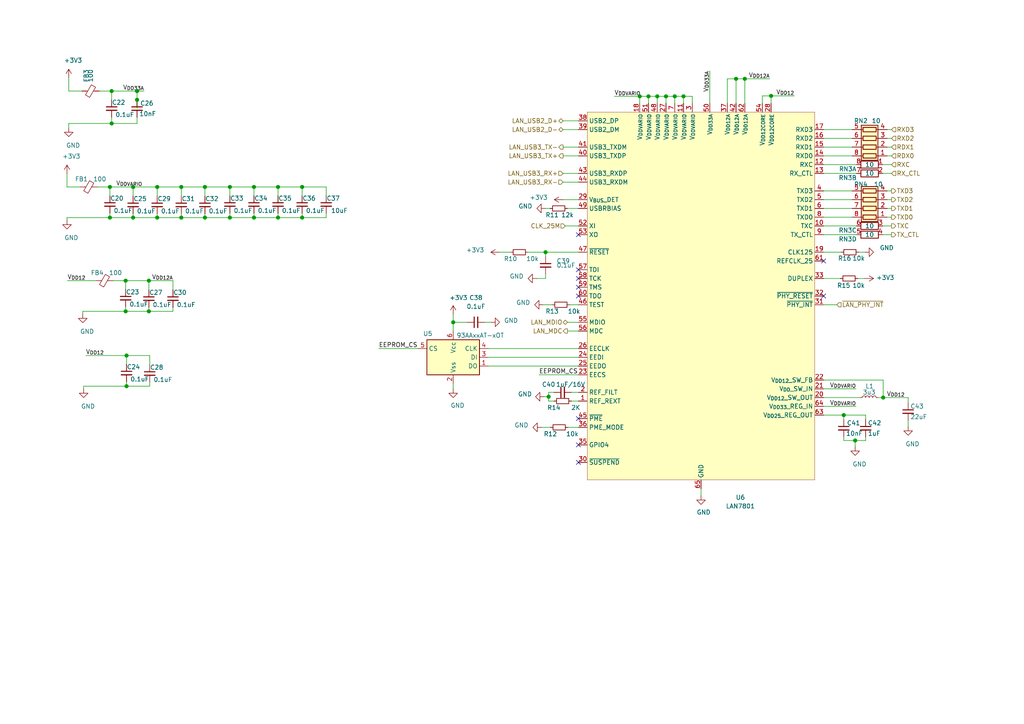
<source format=kicad_sch>
(kicad_sch (version 20201015) (generator eeschema)
  (page 1 6)
  (paper "A4")
  (lib_symbols
    (symbol "Device:C_Small" (pin_numbers hide) (pin_names (offset 0.254) hide)
      (property "Reference" "C" (at 0.254 1.778 0))
      (property "Value" "C_Small" (at 0.254 -2.032 0))
      (symbol "C_Small_0_1"
        (polyline (pts (xy -1.524 -0.508) (xy 1.524 -0.508)) (stroke (width 0.3302)))
        (polyline (pts (xy -1.524 0.508) (xy 1.524 0.508)) (stroke (width 0.3048)))
      )
      (symbol "C_Small_1_1"
        (pin passive line (at 0 2.54 270) (length 2.032) (name "~") (number "1"))
        (pin passive line (at 0 -2.54 90) (length 2.032) (name "~") (number "2"))
      )
    )
    (symbol "Device:FerriteBead_Small" (pin_numbers hide) (pin_names (offset 0))
      (property "Reference" "FB" (at 1.905 1.27 0))
      (property "Value" "FerriteBead_Small" (at 1.905 -1.27 0))
      (symbol "FerriteBead_Small_0_1"
        (polyline (pts (xy 0 -1.27) (xy 0 -0.7874)))
        (polyline (pts (xy 0 0.889) (xy 0 1.2954)))
        (polyline (pts (xy -1.8288 0.2794) (xy -1.1176 1.4986) (xy 1.8288 -0.2032) (xy 1.1176 -1.4224) (xy -1.8288 0.2794)))
      )
      (symbol "FerriteBead_Small_1_1"
        (pin passive line (at 0 2.54 270) (length 1.27) (name "~") (number "1"))
        (pin passive line (at 0 -2.54 90) (length 1.27) (name "~") (number "2"))
      )
    )
    (symbol "Device:L_Small" (pin_numbers hide) (pin_names (offset 0.254) hide)
      (property "Reference" "L" (at 0.762 1.016 0))
      (property "Value" "L_Small" (at 0.762 -1.016 0))
      (symbol "L_Small_0_1"
        (arc (start 0 -2.032) (end 0 -1.016) (radius (at 0 -1.524) (length 0.508) (angles -89.9 89.9)))
        (arc (start 0 -1.016) (end 0 0) (radius (at 0 -0.508) (length 0.508) (angles -89.9 89.9)))
        (arc (start 0 0) (end 0 1.016) (radius (at 0 0.508) (length 0.508) (angles -89.9 89.9)))
        (arc (start 0 1.016) (end 0 2.032) (radius (at 0 1.524) (length 0.508) (angles -89.9 89.9)))
      )
      (symbol "L_Small_1_1"
        (pin passive line (at 0 2.54 270) (length 0.508) (name "~") (number "1"))
        (pin passive line (at 0 -2.54 90) (length 0.508) (name "~") (number "2"))
      )
    )
    (symbol "Device:R_Pack04" (pin_names (offset 0) hide)
      (property "Reference" "RN" (at -7.62 0 90))
      (property "Value" "R_Pack04" (at 5.08 0 90))
      (symbol "R_Pack04_0_1"
        (rectangle (start -6.35 -2.413) (end 3.81 2.413) (stroke (width 0.254)) (fill (type background)))
        (rectangle (start -5.715 1.905) (end -4.445 -1.905) (stroke (width 0.254)))
        (rectangle (start -3.175 1.905) (end -1.905 -1.905) (stroke (width 0.254)))
        (rectangle (start -0.635 1.905) (end 0.635 -1.905) (stroke (width 0.254)))
        (rectangle (start 1.905 1.905) (end 3.175 -1.905) (stroke (width 0.254)))
        (polyline (pts (xy -5.08 -2.54) (xy -5.08 -1.905)))
        (polyline (pts (xy -5.08 1.905) (xy -5.08 2.54)))
        (polyline (pts (xy -2.54 -2.54) (xy -2.54 -1.905)))
        (polyline (pts (xy -2.54 1.905) (xy -2.54 2.54)))
        (polyline (pts (xy 0 -2.54) (xy 0 -1.905)))
        (polyline (pts (xy 0 1.905) (xy 0 2.54)))
        (polyline (pts (xy 2.54 -2.54) (xy 2.54 -1.905)))
        (polyline (pts (xy 2.54 1.905) (xy 2.54 2.54)))
      )
      (symbol "R_Pack04_1_1"
        (pin passive line (at -5.08 -5.08 90) (length 2.54) (name "R1.1") (number "1"))
        (pin passive line (at -2.54 -5.08 90) (length 2.54) (name "R2.1") (number "2"))
        (pin passive line (at 0 -5.08 90) (length 2.54) (name "R3.1") (number "3"))
        (pin passive line (at 2.54 -5.08 90) (length 2.54) (name "R4.1") (number "4"))
        (pin passive line (at 2.54 5.08 270) (length 2.54) (name "R4.2") (number "5"))
        (pin passive line (at 0 5.08 270) (length 2.54) (name "R3.2") (number "6"))
        (pin passive line (at -2.54 5.08 270) (length 2.54) (name "R2.2") (number "7"))
        (pin passive line (at -5.08 5.08 270) (length 2.54) (name "R1.2") (number "8"))
      )
    )
    (symbol "Device:R_Pack04_Split" (pin_names (offset 0) hide)
      (property "Reference" "RN" (at 2.032 0 90))
      (property "Value" "R_Pack04_Split" (at 0 0 90))
      (symbol "R_Pack04_Split_0_1"
        (rectangle (start 1.016 2.54) (end -1.016 -2.54) (stroke (width 0.254)))
      )
      (symbol "R_Pack04_Split_1_1"
        (pin passive line (at 0 -3.81 90) (length 1.27) (name "R1.1") (number "1"))
        (pin passive line (at 0 3.81 270) (length 1.27) (name "R1.2") (number "8"))
      )
      (symbol "R_Pack04_Split_2_1"
        (pin passive line (at 0 -3.81 90) (length 1.27) (name "R2.1") (number "2"))
        (pin passive line (at 0 3.81 270) (length 1.27) (name "R2.2") (number "7"))
      )
      (symbol "R_Pack04_Split_3_1"
        (pin passive line (at 0 -3.81 90) (length 1.27) (name "R3.1") (number "3"))
        (pin passive line (at 0 3.81 270) (length 1.27) (name "R3.2") (number "6"))
      )
      (symbol "R_Pack04_Split_4_1"
        (pin passive line (at 0 -3.81 90) (length 1.27) (name "R4.1") (number "4"))
        (pin passive line (at 0 3.81 270) (length 1.27) (name "R4.2") (number "5"))
      )
    )
    (symbol "Device:R_Small" (pin_numbers hide) (pin_names (offset 0.254) hide)
      (property "Reference" "R" (at 0.762 0.508 0))
      (property "Value" "R_Small" (at 0.762 -1.016 0))
      (symbol "R_Small_0_1"
        (rectangle (start -0.762 1.778) (end 0.762 -1.778) (stroke (width 0.2032)))
      )
      (symbol "R_Small_1_1"
        (pin passive line (at 0 2.54 270) (length 0.762) (name "~") (number "1"))
        (pin passive line (at 0 -2.54 90) (length 0.762) (name "~") (number "2"))
      )
    )
    (symbol "Memory_EEPROM:93AAxxAT-xOT"
      (property "Reference" "U" (at -7.62 6.35 0))
      (property "Value" "93AAxxAT-xOT" (at 1.27 6.35 0))
      (symbol "93AAxxAT-xOT_1_1"
        (rectangle (start -7.62 5.08) (end 7.62 -5.08) (stroke (width 0.254)) (fill (type background)))
        (pin tri_state line (at 10.16 -2.54 180) (length 2.54) (name "DO") (number "1"))
        (pin power_in line (at 0 -7.62 90) (length 2.54) (name "Vss") (number "2"))
        (pin input line (at 10.16 0 180) (length 2.54) (name "DI") (number "3"))
        (pin input line (at 10.16 2.54 180) (length 2.54) (name "CLK") (number "4"))
        (pin input line (at -10.16 2.54 0) (length 2.54) (name "CS") (number "5"))
        (pin power_in line (at 0 7.62 270) (length 2.54) (name "Vсс") (number "6"))
      )
    )
    (symbol "custom:LAN7801"
      (property "Reference" "U" (at 9.525 6.985 0))
      (property "Value" "LAN7801" (at 2.54 6.985 0))
      (symbol "LAN7801_0_0"
        (pin unspecified line (at -35.56 48.26 0) (length 2.54) (name "USB2_DM") (number "39"))
        (pin unspecified line (at 35.56 0 180) (length 2.54) (name "~PHY_RESET") (number "32"))
        (pin unspecified line (at 35.56 30.48 180) (length 2.54) (name "TXD3") (number "4"))
        (pin unspecified line (at 35.56 27.94 180) (length 2.54) (name "TXD2") (number "5"))
        (pin unspecified line (at 35.56 25.4 180) (length 2.54) (name "TXD1") (number "6"))
        (pin unspecified line (at -7.62 55.88 270) (length 2.54) (name "V_{DDVARIO}") (number "7"))
        (pin unspecified line (at 35.56 20.32 180) (length 2.54) (name "TXC") (number "10"))
        (pin unspecified line (at 35.56 17.78 180) (length 2.54) (name "TX_CTL") (number "9"))
        (pin unspecified line (at -35.56 -30.48 0) (length 2.54) (name "REF_REXT") (number "1"))
        (pin unspecified line (at 35.56 22.86 180) (length 2.54) (name "TXD0") (number "8"))
        (pin unspecified line (at 35.56 38.1 180) (length 2.54) (name "RXC") (number "12"))
        (pin unspecified line (at 35.56 35.56 180) (length 2.54) (name "RX_CTL") (number "13"))
        (pin unspecified line (at 35.56 40.64 180) (length 2.54) (name "RXD0") (number "14"))
        (pin unspecified line (at 35.56 43.18 180) (length 2.54) (name "RXD1") (number "15"))
        (pin unspecified line (at 35.56 45.72 180) (length 2.54) (name "RXD2") (number "16"))
        (pin unspecified line (at 35.56 48.26 180) (length 2.54) (name "RXD3") (number "17"))
        (pin unspecified line (at 35.56 -29.464 180) (length 2.54) (name "V_{DD12}_SW_OUT") (number "20"))
        (pin unspecified line (at 35.56 -26.924 180) (length 2.54) (name "V_{DD}_SW_IN") (number "21"))
        (pin unspecified line (at -35.56 -27.94 0) (length 2.54) (name "REF_FILT") (number "2"))
        (pin unspecified line (at -2.54 55.88 270) (length 2.54) (name "V_{DDVARIO}") (number "3"))
        (pin unspecified line (at -5.08 55.88 270) (length 2.54) (name "V_{DDVARIO}") (number "11"))
        (pin unspecified line (at -35.56 -20.32 0) (length 2.54) (name "EEDO") (number "25"))
        (pin unspecified line (at -35.56 -15.24 0) (length 2.54) (name "EECLK") (number "26"))
        (pin unspecified line (at -10.16 55.88 270) (length 2.54) (name "V_{DDVARIO}") (number "27"))
        (pin unspecified line (at 20.32 55.88 270) (length 2.54) (name "V_{DD12CORE}") (number "28"))
        (pin unspecified line (at -35.56 27.94 0) (length 2.54) (name "V_{BUS}_DET") (number "29"))
        (pin unspecified line (at 35.56 -24.384 180) (length 2.54) (name "V_{DD12}_SW_FB") (number "22"))
        (pin unspecified line (at -35.56 -48.26 0) (length 2.54) (name "~SUSPEND") (number "30"))
        (pin unspecified line (at 35.56 -2.54 180) (length 2.54) (name "~PHY_INT") (number "31"))
        (pin unspecified line (at -35.56 -17.78 0) (length 2.54) (name "EEDI") (number "24"))
        (pin unspecified line (at 35.56 5.08 180) (length 2.54) (name "DUPLEX") (number "33"))
        (pin unspecified line (at -35.56 50.8 0) (length 2.54) (name "USB2_DP") (number "38"))
        (pin unspecified line (at 7.62 55.88 270) (length 2.54) (name "V_{DD12A}") (number "37"))
        (pin unspecified line (at 35.56 12.7 180) (length 2.54) (name "CLK125") (number "19"))
        (pin unspecified line (at -17.78 55.88 270) (length 2.54) (name "V_{DDVARIO}") (number "18"))
        (pin unspecified line (at -35.56 -43.18 0) (length 2.54) (name "GPIO4") (number "35"))
        (pin unspecified line (at -35.56 -38.1 0) (length 2.54) (name "PME_MODE") (number "36"))
        (pin unspecified line (at -35.56 -22.86 0) (length 2.54) (name "EECS") (number "23"))
        (pin unspecified line (at 0 -55.88 90) (length 2.54) (name "GND") (number "65"))
        (pin unspecified line (at -35.56 40.64 0) (length 2.54) (name "USB3_TXDP") (number "40"))
        (pin unspecified line (at -35.56 43.18 0) (length 2.54) (name "USB3_TXDM") (number "41"))
        (pin unspecified line (at 10.16 55.88 270) (length 2.54) (name "V_{DD12A}") (number "42"))
        (pin unspecified line (at -35.56 35.56 0) (length 2.54) (name "USB3_RXDP") (number "43"))
        (pin unspecified line (at -35.56 33.02 0) (length 2.54) (name "USB3_RXDM") (number "44"))
        (pin unspecified line (at -35.56 -35.56 0) (length 2.54) (name "~PME") (number "45"))
        (pin unspecified line (at -35.56 -2.54 0) (length 2.54) (name "TEST") (number "46"))
        (pin unspecified line (at -35.56 12.7 0) (length 2.54) (name "~RESET") (number "47"))
        (pin unspecified line (at -12.7 55.88 270) (length 2.54) (name "V_{DDVARIO}") (number "48"))
        (pin unspecified line (at -35.56 25.4 0) (length 2.54) (name "USBRBIAS") (number "49"))
        (pin unspecified line (at 2.54 55.88 270) (length 2.54) (name "V_{DD33A}") (number "50"))
        (pin unspecified line (at -15.24 55.88 270) (length 2.54) (name "V_{DDVARIO}") (number "51"))
        (pin unspecified line (at -35.56 20.32 0) (length 2.54) (name "XI") (number "52"))
        (pin unspecified line (at -35.56 17.78 0) (length 2.54) (name "XO") (number "53"))
        (pin unspecified line (at 17.78 55.88 270) (length 2.54) (name "V_{DD12CORE}") (number "54"))
        (pin unspecified line (at -35.56 -7.62 0) (length 2.54) (name "MDIO") (number "55"))
        (pin unspecified line (at -35.56 -10.16 0) (length 2.54) (name "MDC") (number "56"))
        (pin unspecified line (at -35.56 7.62 0) (length 2.54) (name "TDI") (number "57"))
        (pin unspecified line (at -35.56 5.08 0) (length 2.54) (name "TCK") (number "58"))
        (pin unspecified line (at -35.56 2.54 0) (length 2.54) (name "TMS") (number "59"))
        (pin unspecified line (at -35.56 0 0) (length 2.54) (name "TDO") (number "60"))
        (pin unspecified line (at 35.56 10.16 180) (length 2.54) (name "REFCLK_25") (number "61"))
        (pin unspecified line (at 12.7 55.88 270) (length 2.54) (name "V_{DD12A}") (number "62"))
        (pin unspecified line (at 35.56 -34.544 180) (length 2.54) (name "V_{DD25}_REG_OUT") (number "63"))
        (pin unspecified line (at 35.56 -32.004 180) (length 2.54) (name "V_{DD33}_REG_IN") (number "64"))
      )
      (symbol "LAN7801_1_1"
        (rectangle (start -33.02 53.34) (end 33.02 -53.34) (stroke (width 0.001)) (fill (type background)))
      )
    )
    (symbol "power:+3V3" (power) (pin_names (offset 0))
      (property "Value" "+3V3" (at 0 3.556 0))
      (symbol "+3V3_0_1"
        (polyline (pts (xy -0.762 1.27) (xy 0 2.54)))
        (polyline (pts (xy 0 0) (xy 0 2.54)))
        (polyline (pts (xy 0 2.54) (xy 0.762 1.27)))
      )
      (symbol "+3V3_1_1"
        (pin power_in line (at 0 0 90) (length 0) hide (name "+3V3") (number "1"))
      )
    )
    (symbol "power:GND" (power) (pin_names (offset 0))
      (property "Value" "GND" (at 0 -3.81 0))
      (symbol "GND_0_1"
        (polyline (pts (xy 0 0) (xy 0 -1.27) (xy 1.27 -1.27) (xy 0 -2.54) (xy -1.27 -1.27) (xy 0 -1.27)))
      )
      (symbol "GND_1_1"
        (pin power_in line (at 0 0 270) (length 0) hide (name "GND") (number "1"))
      )
    )
  )
  (junction (at 31.877 54.229) (diameter 1.016))
  (junction (at 31.877 63.119) (diameter 1.016))
  (junction (at 32.385 26.416) (diameter 1.016))
  (junction (at 32.385 35.814) (diameter 1.016))
  (junction (at 36.449 81.407) (diameter 1.016))
  (junction (at 36.449 90.297) (diameter 1.016))
  (junction (at 36.703 103.124) (diameter 1.016))
  (junction (at 36.703 112.014) (diameter 1.016))
  (junction (at 38.608 54.229) (diameter 1.016))
  (junction (at 38.608 63.119) (diameter 1.016))
  (junction (at 39.751 26.416) (diameter 1.016))
  (junction (at 39.751 28.956) (diameter 1.016))
  (junction (at 43.18 81.407) (diameter 1.016))
  (junction (at 43.18 90.297) (diameter 1.016))
  (junction (at 45.593 54.229) (diameter 1.016))
  (junction (at 45.593 63.119) (diameter 1.016))
  (junction (at 52.578 54.229) (diameter 1.016))
  (junction (at 52.578 63.119) (diameter 1.016))
  (junction (at 59.436 54.229) (diameter 1.016))
  (junction (at 59.436 63.119) (diameter 1.016))
  (junction (at 66.675 54.229) (diameter 1.016))
  (junction (at 66.675 63.119) (diameter 1.016))
  (junction (at 73.66 54.229) (diameter 1.016))
  (junction (at 73.66 63.119) (diameter 1.016))
  (junction (at 80.645 54.229) (diameter 1.016))
  (junction (at 80.645 63.119) (diameter 1.016))
  (junction (at 87.63 54.229) (diameter 1.016))
  (junction (at 87.63 63.119) (diameter 1.016))
  (junction (at 131.445 93.472) (diameter 1.016))
  (junction (at 158.242 73.152) (diameter 1.016))
  (junction (at 159.131 115.062) (diameter 1.016))
  (junction (at 185.547 27.94) (diameter 1.016))
  (junction (at 188.087 27.94) (diameter 1.016))
  (junction (at 190.627 27.94) (diameter 1.016))
  (junction (at 193.167 27.94) (diameter 1.016))
  (junction (at 195.707 27.94) (diameter 1.016))
  (junction (at 198.247 27.94) (diameter 1.016))
  (junction (at 213.487 22.86) (diameter 1.016))
  (junction (at 216.027 22.86) (diameter 1.016))
  (junction (at 223.647 27.813) (diameter 1.016))
  (junction (at 244.729 120.396) (diameter 1.016))
  (junction (at 248.031 127.762) (diameter 1.016))
  (junction (at 256.159 115.316) (diameter 1.016))
  (no_connect (at 167.767 121.412))
  (no_connect (at 167.767 68.072))
  (no_connect (at 167.767 129.032))
  (no_connect (at 238.887 85.852))
  (no_connect (at 167.767 134.112))
  (no_connect (at 167.767 78.232))
  (no_connect (at 238.887 75.692))
  (no_connect (at 167.767 80.772))
  (no_connect (at 167.767 83.312))
  (no_connect (at 167.767 85.852))
  (wire (pts (xy 19.431 54.229) (xy 19.431 50.419)))
  (wire (pts (xy 19.431 63.119) (xy 19.431 63.881)))
  (wire (pts (xy 19.558 81.407) (xy 27.813 81.407)))
  (wire (pts (xy 19.939 26.416) (xy 19.939 22.606)))
  (wire (pts (xy 19.939 35.814) (xy 19.939 37.084)))
  (wire (pts (xy 23.241 54.229) (xy 19.431 54.229)))
  (wire (pts (xy 23.749 26.416) (xy 19.939 26.416)))
  (wire (pts (xy 24.003 90.297) (xy 24.003 91.059)))
  (wire (pts (xy 24.257 112.014) (xy 24.257 112.776)))
  (wire (pts (xy 24.892 103.124) (xy 36.703 103.124)))
  (wire (pts (xy 28.321 54.229) (xy 31.877 54.229)))
  (wire (pts (xy 28.829 26.416) (xy 32.385 26.416)))
  (wire (pts (xy 31.877 54.229) (xy 31.877 56.769)))
  (wire (pts (xy 31.877 54.229) (xy 38.608 54.229)))
  (wire (pts (xy 31.877 61.849) (xy 31.877 63.119)))
  (wire (pts (xy 31.877 63.119) (xy 19.431 63.119)))
  (wire (pts (xy 32.385 26.416) (xy 32.385 28.956)))
  (wire (pts (xy 32.385 34.036) (xy 32.385 35.814)))
  (wire (pts (xy 32.385 35.814) (xy 19.939 35.814)))
  (wire (pts (xy 32.385 35.814) (xy 39.751 35.814)))
  (wire (pts (xy 32.893 81.407) (xy 36.449 81.407)))
  (wire (pts (xy 36.449 81.407) (xy 36.449 83.947)))
  (wire (pts (xy 36.449 81.407) (xy 43.18 81.407)))
  (wire (pts (xy 36.449 89.027) (xy 36.449 90.297)))
  (wire (pts (xy 36.449 90.297) (xy 24.003 90.297)))
  (wire (pts (xy 36.703 103.124) (xy 36.703 105.664)))
  (wire (pts (xy 36.703 103.124) (xy 43.434 103.124)))
  (wire (pts (xy 36.703 110.744) (xy 36.703 112.014)))
  (wire (pts (xy 36.703 112.014) (xy 24.257 112.014)))
  (wire (pts (xy 38.608 54.229) (xy 38.608 56.896)))
  (wire (pts (xy 38.608 54.229) (xy 45.593 54.229)))
  (wire (pts (xy 38.608 61.976) (xy 38.608 63.119)))
  (wire (pts (xy 38.608 63.119) (xy 31.877 63.119)))
  (wire (pts (xy 39.751 26.416) (xy 32.385 26.416)))
  (wire (pts (xy 39.751 26.416) (xy 39.751 28.956)))
  (wire (pts (xy 39.751 28.956) (xy 39.751 31.496)))
  (wire (pts (xy 39.751 35.814) (xy 39.751 34.036)))
  (wire (pts (xy 41.783 26.416) (xy 39.751 26.416)))
  (wire (pts (xy 43.18 81.407) (xy 43.18 84.074)))
  (wire (pts (xy 43.18 81.407) (xy 50.165 81.407)))
  (wire (pts (xy 43.18 89.154) (xy 43.18 90.297)))
  (wire (pts (xy 43.18 90.297) (xy 36.449 90.297)))
  (wire (pts (xy 43.434 103.124) (xy 43.434 105.791)))
  (wire (pts (xy 43.434 110.871) (xy 43.434 112.014)))
  (wire (pts (xy 43.434 112.014) (xy 36.703 112.014)))
  (wire (pts (xy 45.593 54.229) (xy 45.593 56.896)))
  (wire (pts (xy 45.593 54.229) (xy 52.578 54.229)))
  (wire (pts (xy 45.593 61.976) (xy 45.593 63.119)))
  (wire (pts (xy 45.593 63.119) (xy 38.608 63.119)))
  (wire (pts (xy 50.165 81.407) (xy 50.165 84.074)))
  (wire (pts (xy 50.165 89.154) (xy 50.165 90.297)))
  (wire (pts (xy 50.165 90.297) (xy 43.18 90.297)))
  (wire (pts (xy 52.578 54.229) (xy 52.578 56.896)))
  (wire (pts (xy 52.578 54.229) (xy 59.436 54.229)))
  (wire (pts (xy 52.578 61.976) (xy 52.578 63.119)))
  (wire (pts (xy 52.578 63.119) (xy 45.593 63.119)))
  (wire (pts (xy 59.436 54.229) (xy 59.436 56.896)))
  (wire (pts (xy 59.436 54.229) (xy 66.675 54.229)))
  (wire (pts (xy 59.436 61.976) (xy 59.436 63.119)))
  (wire (pts (xy 59.436 63.119) (xy 52.578 63.119)))
  (wire (pts (xy 66.675 54.229) (xy 66.675 56.769)))
  (wire (pts (xy 66.675 54.229) (xy 73.66 54.229)))
  (wire (pts (xy 66.675 61.849) (xy 66.675 63.119)))
  (wire (pts (xy 66.675 63.119) (xy 59.436 63.119)))
  (wire (pts (xy 73.66 54.229) (xy 80.645 54.229)))
  (wire (pts (xy 73.66 56.769) (xy 73.66 54.229)))
  (wire (pts (xy 73.66 61.849) (xy 73.66 63.119)))
  (wire (pts (xy 73.66 63.119) (xy 66.675 63.119)))
  (wire (pts (xy 80.645 54.229) (xy 87.63 54.229)))
  (wire (pts (xy 80.645 56.769) (xy 80.645 54.229)))
  (wire (pts (xy 80.645 61.849) (xy 80.645 63.119)))
  (wire (pts (xy 80.645 63.119) (xy 73.66 63.119)))
  (wire (pts (xy 87.63 54.229) (xy 94.615 54.229)))
  (wire (pts (xy 87.63 56.769) (xy 87.63 54.229)))
  (wire (pts (xy 87.63 61.849) (xy 87.63 63.119)))
  (wire (pts (xy 87.63 63.119) (xy 80.645 63.119)))
  (wire (pts (xy 94.615 56.769) (xy 94.615 54.229)))
  (wire (pts (xy 94.615 61.849) (xy 94.615 63.119)))
  (wire (pts (xy 94.615 63.119) (xy 87.63 63.119)))
  (wire (pts (xy 109.855 101.092) (xy 121.285 101.092)))
  (wire (pts (xy 131.445 91.186) (xy 131.445 93.472)))
  (wire (pts (xy 131.445 93.472) (xy 131.445 96.012)))
  (wire (pts (xy 131.445 93.472) (xy 135.509 93.472)))
  (wire (pts (xy 131.445 111.252) (xy 131.445 112.776)))
  (wire (pts (xy 140.589 93.472) (xy 142.367 93.472)))
  (wire (pts (xy 141.605 101.092) (xy 167.767 101.092)))
  (wire (pts (xy 141.605 103.632) (xy 167.767 103.632)))
  (wire (pts (xy 141.605 106.172) (xy 167.767 106.172)))
  (wire (pts (xy 144.907 73.152) (xy 148.082 73.152)))
  (wire (pts (xy 153.162 73.152) (xy 158.242 73.152)))
  (wire (pts (xy 156.337 108.712) (xy 167.767 108.712)))
  (wire (pts (xy 157.099 123.952) (xy 159.639 123.952)))
  (wire (pts (xy 157.607 88.392) (xy 160.147 88.392)))
  (wire (pts (xy 157.861 115.062) (xy 159.131 115.062)))
  (wire (pts (xy 158.242 60.452) (xy 159.512 60.452)))
  (wire (pts (xy 158.242 73.152) (xy 158.242 74.422)))
  (wire (pts (xy 158.242 73.152) (xy 167.767 73.152)))
  (wire (pts (xy 158.242 79.502) (xy 158.242 80.772)))
  (wire (pts (xy 158.242 80.772) (xy 155.702 80.772)))
  (wire (pts (xy 159.131 113.792) (xy 159.131 115.062)))
  (wire (pts (xy 159.131 115.062) (xy 159.131 116.332)))
  (wire (pts (xy 159.131 116.332) (xy 160.655 116.332)))
  (wire (pts (xy 160.655 113.792) (xy 159.131 113.792)))
  (wire (pts (xy 163.322 35.052) (xy 167.767 35.052)))
  (wire (pts (xy 163.322 37.592) (xy 167.767 37.592)))
  (wire (pts (xy 163.322 42.672) (xy 167.767 42.672)))
  (wire (pts (xy 163.322 45.212) (xy 167.767 45.212)))
  (wire (pts (xy 163.322 50.292) (xy 167.767 50.292)))
  (wire (pts (xy 163.322 52.832) (xy 167.767 52.832)))
  (wire (pts (xy 163.322 57.912) (xy 167.767 57.912)))
  (wire (pts (xy 163.957 65.532) (xy 167.767 65.532)))
  (wire (pts (xy 164.592 60.452) (xy 167.767 60.452)))
  (wire (pts (xy 164.592 93.472) (xy 167.767 93.472)))
  (wire (pts (xy 164.592 96.012) (xy 167.767 96.012)))
  (wire (pts (xy 164.719 123.952) (xy 167.767 123.952)))
  (wire (pts (xy 165.227 88.392) (xy 167.767 88.392)))
  (wire (pts (xy 165.735 113.792) (xy 167.767 113.792)))
  (wire (pts (xy 165.735 116.332) (xy 167.767 116.332)))
  (wire (pts (xy 178.181 27.94) (xy 185.547 27.94)))
  (wire (pts (xy 185.547 27.94) (xy 185.547 29.972)))
  (wire (pts (xy 188.087 27.94) (xy 185.547 27.94)))
  (wire (pts (xy 188.087 27.94) (xy 188.087 29.972)))
  (wire (pts (xy 190.627 27.94) (xy 188.087 27.94)))
  (wire (pts (xy 190.627 27.94) (xy 190.627 29.972)))
  (wire (pts (xy 193.167 27.94) (xy 190.627 27.94)))
  (wire (pts (xy 193.167 27.94) (xy 193.167 29.972)))
  (wire (pts (xy 195.707 27.94) (xy 193.167 27.94)))
  (wire (pts (xy 195.707 27.94) (xy 195.707 29.972)))
  (wire (pts (xy 198.247 27.94) (xy 195.707 27.94)))
  (wire (pts (xy 198.247 27.94) (xy 198.247 29.972)))
  (wire (pts (xy 200.787 27.94) (xy 198.247 27.94)))
  (wire (pts (xy 200.787 29.972) (xy 200.787 27.94)))
  (wire (pts (xy 203.327 141.732) (xy 203.327 143.764)))
  (wire (pts (xy 205.867 20.574) (xy 205.867 29.972)))
  (wire (pts (xy 210.947 22.86) (xy 213.487 22.86)))
  (wire (pts (xy 210.947 29.972) (xy 210.947 22.86)))
  (wire (pts (xy 213.487 22.86) (xy 213.487 29.972)))
  (wire (pts (xy 213.487 22.86) (xy 216.027 22.86)))
  (wire (pts (xy 216.027 22.86) (xy 216.027 29.972)))
  (wire (pts (xy 216.027 22.86) (xy 223.266 22.86)))
  (wire (pts (xy 221.107 27.813) (xy 223.647 27.813)))
  (wire (pts (xy 221.107 29.972) (xy 221.107 27.813)))
  (wire (pts (xy 223.647 27.813) (xy 223.647 29.972)))
  (wire (pts (xy 223.647 27.813) (xy 230.378 27.813)))
  (wire (pts (xy 238.887 37.592) (xy 247.142 37.592)))
  (wire (pts (xy 238.887 40.132) (xy 247.142 40.132)))
  (wire (pts (xy 238.887 42.672) (xy 247.142 42.672)))
  (wire (pts (xy 238.887 45.212) (xy 247.142 45.212)))
  (wire (pts (xy 238.887 47.752) (xy 248.412 47.752)))
  (wire (pts (xy 238.887 50.292) (xy 248.412 50.292)))
  (wire (pts (xy 238.887 55.372) (xy 247.142 55.372)))
  (wire (pts (xy 238.887 57.912) (xy 247.142 57.912)))
  (wire (pts (xy 238.887 60.452) (xy 247.142 60.452)))
  (wire (pts (xy 238.887 62.992) (xy 247.142 62.992)))
  (wire (pts (xy 238.887 65.532) (xy 248.412 65.532)))
  (wire (pts (xy 238.887 68.072) (xy 248.412 68.072)))
  (wire (pts (xy 238.887 73.152) (xy 243.967 73.152)))
  (wire (pts (xy 238.887 80.772) (xy 243.713 80.772)))
  (wire (pts (xy 238.887 88.392) (xy 242.697 88.392)))
  (wire (pts (xy 238.887 110.236) (xy 256.159 110.236)))
  (wire (pts (xy 238.887 112.776) (xy 248.285 112.776)))
  (wire (pts (xy 238.887 115.316) (xy 249.555 115.316)))
  (wire (pts (xy 238.887 117.856) (xy 248.285 117.856)))
  (wire (pts (xy 244.729 120.396) (xy 238.887 120.396)))
  (wire (pts (xy 244.729 120.396) (xy 244.729 121.666)))
  (wire (pts (xy 244.729 127.762) (xy 244.729 126.746)))
  (wire (pts (xy 248.031 127.762) (xy 244.729 127.762)))
  (wire (pts (xy 248.031 127.762) (xy 248.031 129.54)))
  (wire (pts (xy 248.793 80.772) (xy 250.825 80.772)))
  (wire (pts (xy 249.047 73.152) (xy 250.825 73.152)))
  (wire (pts (xy 251.079 120.396) (xy 244.729 120.396)))
  (wire (pts (xy 251.079 121.666) (xy 251.079 120.396)))
  (wire (pts (xy 251.079 126.746) (xy 251.079 127.762)))
  (wire (pts (xy 251.079 127.762) (xy 248.031 127.762)))
  (wire (pts (xy 254.635 115.316) (xy 256.159 115.316)))
  (wire (pts (xy 256.032 47.752) (xy 258.572 47.752)))
  (wire (pts (xy 256.032 50.292) (xy 258.572 50.292)))
  (wire (pts (xy 256.032 65.532) (xy 258.572 65.532)))
  (wire (pts (xy 256.032 68.072) (xy 258.572 68.072)))
  (wire (pts (xy 256.159 110.236) (xy 256.159 115.316)))
  (wire (pts (xy 256.159 115.316) (xy 263.398 115.316)))
  (wire (pts (xy 257.302 37.592) (xy 258.572 37.592)))
  (wire (pts (xy 257.302 40.132) (xy 258.572 40.132)))
  (wire (pts (xy 257.302 42.672) (xy 258.572 42.672)))
  (wire (pts (xy 257.302 45.212) (xy 258.572 45.212)))
  (wire (pts (xy 257.302 55.372) (xy 258.572 55.372)))
  (wire (pts (xy 257.302 57.912) (xy 258.572 57.912)))
  (wire (pts (xy 257.302 60.452) (xy 258.572 60.452)))
  (wire (pts (xy 257.302 62.992) (xy 258.572 62.992)))
  (wire (pts (xy 263.398 115.316) (xy 263.398 116.84)))
  (wire (pts (xy 263.398 121.92) (xy 263.398 123.698)))
  (label "V_{DD12}" (at 19.558 81.407 0))
  (label "V_{DD12}" (at 24.892 103.124 0))
  (label "V_{DDVARIO}" (at 41.275 54.229 180))
  (label "V_{DD33A}" (at 41.783 26.416 180))
  (label "V_{DD12A}" (at 50.165 81.407 180))
  (label "EEPROM_CS" (at 109.855 101.092 0))
  (label "EEPROM_CS" (at 156.337 108.712 0))
  (label "V_{DDVARIO}" (at 178.181 27.94 0))
  (label "V_{DD33A}" (at 205.867 20.574 270))
  (label "V_{DD12A}" (at 223.266 22.86 180))
  (label "V_{DD12}" (at 230.378 27.813 180))
  (label "V_{DDVARIO}" (at 248.285 112.776 180))
  (label "V_{DDVARIO}" (at 248.285 117.856 180))
  (label "V_{DD12}" (at 257.175 115.316 0))
  (hierarchical_label "LAN_USB2_D+" (shape bidirectional) (at 163.322 35.052 180))
  (hierarchical_label "LAN_USB2_D-" (shape bidirectional) (at 163.322 37.592 180))
  (hierarchical_label "LAN_USB3_TX-" (shape output) (at 163.322 42.672 180))
  (hierarchical_label "LAN_USB3_TX+" (shape output) (at 163.322 45.212 180))
  (hierarchical_label "LAN_USB3_RX+" (shape input) (at 163.322 50.292 180))
  (hierarchical_label "LAN_USB3_RX-" (shape input) (at 163.322 52.832 180))
  (hierarchical_label "CLK_25M" (shape input) (at 163.957 65.532 180))
  (hierarchical_label "LAN_MDIO" (shape bidirectional) (at 164.592 93.472 180))
  (hierarchical_label "LAN_MDC" (shape output) (at 164.592 96.012 180))
  (hierarchical_label "~LAN_PHY_INT" (shape input) (at 242.697 88.392 0))
  (hierarchical_label "RXD3" (shape input) (at 258.572 37.592 0))
  (hierarchical_label "RXD2" (shape input) (at 258.572 40.132 0))
  (hierarchical_label "RDX1" (shape input) (at 258.572 42.672 0))
  (hierarchical_label "RDX0" (shape input) (at 258.572 45.212 0))
  (hierarchical_label "RXC" (shape input) (at 258.572 47.752 0))
  (hierarchical_label "RX_CTL" (shape input) (at 258.572 50.292 0))
  (hierarchical_label "TXD3" (shape output) (at 258.572 55.372 0))
  (hierarchical_label "TXD2" (shape output) (at 258.572 57.912 0))
  (hierarchical_label "TXD1" (shape output) (at 258.572 60.452 0))
  (hierarchical_label "TXD0" (shape output) (at 258.572 62.992 0))
  (hierarchical_label "TXC" (shape output) (at 258.572 65.532 0))
  (hierarchical_label "TX_CTL" (shape output) (at 258.572 68.072 0))
  (symbol (lib_id "Device:L_Small") (at 252.095 115.316 90) (unit 1)
    (property "Reference" "L1" (at 252.222 112.014 90))
    (property "Value" "3u3" (at 252.095 113.792 90))
    (property "Footprint" "Inductor_SMD:L_Taiyo-Yuden_NR-40xx_HandSoldering" (effects hide))
  )
  (symbol (lib_id "power:+3V3") (at 19.431 50.419 0) (unit 1)
    (property "Reference" "#PWR02" (effects hide))
    (property "Value" "+3V3" (at 20.701 45.339 0))
  )
  (symbol (lib_id "power:+3V3") (at 19.939 22.606 0) (unit 1)
    (property "Reference" "#PWR07" (effects hide))
    (property "Value" "+3V3" (at 21.209 17.526 0))
  )
  (symbol (lib_id "power:+3V3") (at 131.445 91.186 0) (unit 1)
    (property "Reference" "#PWR021" (effects hide))
    (property "Value" "+3V3" (at 132.969 86.36 0))
  )
  (symbol (lib_id "power:+3V3") (at 144.907 73.152 90) (unit 1)
    (property "Reference" "#PWR026" (effects hide))
    (property "Value" "+3V3" (at 140.462 72.517 90) (effects (justify left)))
  )
  (symbol (lib_id "power:+3V3") (at 163.322 57.912 90) (unit 1)
    (property "Reference" "#PWR032" (effects hide))
    (property "Value" "+3V3" (at 158.877 57.277 90) (effects (justify left)))
  )
  (symbol (lib_id "power:+3V3") (at 250.825 80.772 270) (unit 1)
    (property "Reference" "#PWR036" (effects hide))
    (property "Value" "+3V3" (at 254.127 80.518 90) (effects (justify left)))
  )
  (symbol (lib_id "power:GND") (at 19.431 63.881 0) (unit 1)
    (property "Reference" "#PWR03" (effects hide))
    (property "Value" "GND" (at 20.701 68.961 0))
  )
  (symbol (lib_id "power:GND") (at 19.939 37.084 0) (unit 1)
    (property "Reference" "#PWR018" (effects hide))
    (property "Value" "GND" (at 21.209 42.164 0))
  )
  (symbol (lib_id "power:GND") (at 24.003 91.059 0) (unit 1)
    (property "Reference" "#PWR019" (effects hide))
    (property "Value" "GND" (at 25.273 96.139 0))
  )
  (symbol (lib_id "power:GND") (at 24.257 112.776 0) (unit 1)
    (property "Reference" "#PWR020" (effects hide))
    (property "Value" "GND" (at 25.527 117.856 0))
  )
  (symbol (lib_id "power:GND") (at 131.445 112.776 0) (unit 1)
    (property "Reference" "#PWR022" (effects hide))
    (property "Value" "GND" (at 132.715 117.602 0))
  )
  (symbol (lib_id "power:GND") (at 142.367 93.472 90) (unit 1)
    (property "Reference" "#PWR023" (effects hide))
    (property "Value" "GND" (at 146.177 92.964 90) (effects (justify right)))
  )
  (symbol (lib_id "power:GND") (at 155.702 80.772 270) (unit 1)
    (property "Reference" "#PWR027" (effects hide))
    (property "Value" "GND" (at 151.892 80.137 90) (effects (justify right)))
  )
  (symbol (lib_id "power:GND") (at 157.099 123.952 270) (unit 1)
    (property "Reference" "#PWR028" (effects hide))
    (property "Value" "GND" (at 153.289 123.317 90) (effects (justify right)))
  )
  (symbol (lib_id "power:GND") (at 157.607 88.392 270) (unit 1)
    (property "Reference" "#PWR029" (effects hide))
    (property "Value" "GND" (at 153.797 87.757 90) (effects (justify right)))
  )
  (symbol (lib_id "power:GND") (at 157.861 115.062 270) (unit 1)
    (property "Reference" "#PWR030" (effects hide))
    (property "Value" "GND" (at 154.305 114.3 90) (effects (justify right)))
  )
  (symbol (lib_id "power:GND") (at 158.242 60.452 270) (unit 1)
    (property "Reference" "#PWR031" (effects hide))
    (property "Value" "GND" (at 154.432 59.817 90) (effects (justify right)))
  )
  (symbol (lib_id "power:GND") (at 203.327 143.764 0) (unit 1)
    (property "Reference" "#PWR033" (effects hide))
    (property "Value" "GND" (at 204.089 148.59 0))
  )
  (symbol (lib_id "power:GND") (at 248.031 129.54 0) (unit 1)
    (property "Reference" "#PWR034" (effects hide))
    (property "Value" "GND" (at 249.301 134.62 0))
  )
  (symbol (lib_id "power:GND") (at 250.825 73.152 90) (unit 1)
    (property "Reference" "#PWR035" (effects hide))
    (property "Value" "GND" (at 255.143 71.882 90) (effects (justify right)))
  )
  (symbol (lib_id "power:GND") (at 263.398 123.698 0) (unit 1)
    (property "Reference" "#PWR037" (effects hide))
    (property "Value" "GND" (at 264.668 128.778 0))
  )
  (symbol (lib_id "Device:R_Small") (at 150.622 73.152 90) (unit 1)
    (property "Reference" "R10" (at 148.082 75.057 90))
    (property "Value" "10k" (at 154.432 75.057 90))
    (property "Footprint" "Resistor_SMD:R_0402_1005Metric" (effects hide))
  )
  (symbol (lib_id "Device:R_Small") (at 162.052 60.452 90) (unit 1)
    (property "Reference" "R11" (at 160.147 62.357 90))
    (property "Value" "12k" (at 164.592 62.357 90))
    (property "Footprint" "Resistor_SMD:R_0402_1005Metric" (effects hide))
  )
  (symbol (lib_id "Device:R_Small") (at 162.179 123.952 90) (unit 1)
    (property "Reference" "R12" (at 159.639 125.857 90))
    (property "Value" "10k" (at 165.989 125.857 90))
    (property "Footprint" "Resistor_SMD:R_0402_1005Metric" (effects hide))
  )
  (symbol (lib_id "Device:R_Small") (at 162.687 88.392 90) (unit 1)
    (property "Reference" "R13" (at 160.147 90.297 90))
    (property "Value" "10k" (at 166.497 90.297 90))
    (property "Footprint" "Resistor_SMD:R_0402_1005Metric" (effects hide))
  )
  (symbol (lib_id "Device:R_Small") (at 163.195 116.332 90) (unit 1)
    (property "Reference" "R14" (at 160.655 118.237 90))
    (property "Value" "2K" (at 167.005 118.237 90))
    (property "Footprint" "Resistor_SMD:R_0402_1005Metric" (effects hide))
  )
  (symbol (lib_id "Device:R_Small") (at 246.253 80.772 90) (unit 1)
    (property "Reference" "R15" (at 244.729 82.804 90))
    (property "Value" "10k" (at 249.047 82.804 90))
    (property "Footprint" "Resistor_SMD:R_0402_1005Metric" (effects hide))
  )
  (symbol (lib_id "Device:R_Small") (at 246.507 73.152 90) (unit 1)
    (property "Reference" "R16" (at 244.983 74.93 90))
    (property "Value" "10k" (at 249.047 74.93 90))
    (property "Footprint" "Resistor_SMD:R_0402_1005Metric" (effects hide))
  )
  (symbol (lib_id "Device:C_Small") (at 31.877 59.309 0) (unit 1)
    (property "Reference" "C20" (at 33.909 57.531 0))
    (property "Value" "0.1uF" (at 35.687 61.087 0))
    (property "Footprint" "Capacitor_SMD:C_0402_1005Metric" (effects hide))
  )
  (symbol (lib_id "Device:C_Small") (at 32.385 31.496 0) (unit 1)
    (property "Reference" "C22" (at 34.417 29.718 0))
    (property "Value" "0.1uF" (at 36.195 33.274 0))
    (property "Footprint" "Capacitor_SMD:C_0402_1005Metric" (effects hide))
  )
  (symbol (lib_id "Device:C_Small") (at 36.449 86.487 0) (unit 1)
    (property "Reference" "C23" (at 38.481 84.709 0))
    (property "Value" "0.1uF" (at 40.259 88.265 0))
    (property "Footprint" "Capacitor_SMD:C_0402_1005Metric" (effects hide))
  )
  (symbol (lib_id "Device:C_Small") (at 36.703 108.204 0) (unit 1)
    (property "Reference" "C24" (at 38.735 106.426 0))
    (property "Value" "0.1uF" (at 40.513 109.982 0))
    (property "Footprint" "Capacitor_SMD:C_0402_1005Metric" (effects hide))
  )
  (symbol (lib_id "Device:C_Small") (at 38.608 59.436 0) (unit 1)
    (property "Reference" "C25" (at 40.64 57.658 0))
    (property "Value" "0.1uF" (at 42.418 61.214 0))
    (property "Footprint" "Capacitor_SMD:C_0402_1005Metric" (effects hide))
  )
  (symbol (lib_id "Device:C_Small") (at 39.751 31.496 0) (unit 1)
    (property "Reference" "C26" (at 40.64 29.972 0) (effects (justify left)))
    (property "Value" "10nF" (at 40.386 33.02 0) (effects (justify left)))
    (property "Footprint" "Capacitor_SMD:C_0402_1005Metric" (effects hide))
  )
  (symbol (lib_id "Device:C_Small") (at 43.18 86.614 0) (unit 1)
    (property "Reference" "C27" (at 45.212 84.836 0))
    (property "Value" "0.1uF" (at 46.99 88.392 0))
    (property "Footprint" "Capacitor_SMD:C_0402_1005Metric" (effects hide))
  )
  (symbol (lib_id "Device:C_Small") (at 43.434 108.331 0) (unit 1)
    (property "Reference" "C28" (at 45.466 106.553 0))
    (property "Value" "0.1uF" (at 47.244 110.109 0))
    (property "Footprint" "Capacitor_SMD:C_0402_1005Metric" (effects hide))
  )
  (symbol (lib_id "Device:C_Small") (at 45.593 59.436 0) (unit 1)
    (property "Reference" "C29" (at 47.625 57.658 0))
    (property "Value" "0.1uF" (at 49.403 61.214 0))
    (property "Footprint" "Capacitor_SMD:C_0402_1005Metric" (effects hide))
  )
  (symbol (lib_id "Device:C_Small") (at 50.165 86.614 0) (unit 1)
    (property "Reference" "C30" (at 52.197 84.836 0))
    (property "Value" "0.1uF" (at 53.975 88.392 0))
    (property "Footprint" "Capacitor_SMD:C_0402_1005Metric" (effects hide))
  )
  (symbol (lib_id "Device:C_Small") (at 52.578 59.436 0) (unit 1)
    (property "Reference" "C31" (at 54.61 57.658 0))
    (property "Value" "0.1uF" (at 56.388 61.214 0))
    (property "Footprint" "Capacitor_SMD:C_0402_1005Metric" (effects hide))
  )
  (symbol (lib_id "Device:C_Small") (at 59.436 59.436 0) (unit 1)
    (property "Reference" "C32" (at 61.468 57.658 0))
    (property "Value" "0.1uF" (at 63.246 61.214 0))
    (property "Footprint" "Capacitor_SMD:C_0402_1005Metric" (effects hide))
  )
  (symbol (lib_id "Device:C_Small") (at 66.675 59.309 0) (unit 1)
    (property "Reference" "C33" (at 68.707 57.531 0))
    (property "Value" "0.1uF" (at 70.485 61.087 0))
    (property "Footprint" "Capacitor_SMD:C_0402_1005Metric" (effects hide))
  )
  (symbol (lib_id "Device:C_Small") (at 73.66 59.309 0) (unit 1)
    (property "Reference" "C34" (at 75.692 57.531 0))
    (property "Value" "0.1uF" (at 77.47 61.087 0))
    (property "Footprint" "Capacitor_SMD:C_0402_1005Metric" (effects hide))
  )
  (symbol (lib_id "Device:C_Small") (at 80.645 59.309 0) (unit 1)
    (property "Reference" "C35" (at 82.677 57.531 0))
    (property "Value" "0.1uF" (at 84.455 61.087 0))
    (property "Footprint" "Capacitor_SMD:C_0402_1005Metric" (effects hide))
  )
  (symbol (lib_id "Device:C_Small") (at 87.63 59.309 0) (unit 1)
    (property "Reference" "C36" (at 89.662 57.531 0))
    (property "Value" "0.1uF" (at 91.44 61.087 0))
    (property "Footprint" "Capacitor_SMD:C_0402_1005Metric" (effects hide))
  )
  (symbol (lib_id "Device:C_Small") (at 94.615 59.309 0) (unit 1)
    (property "Reference" "C37" (at 96.647 57.531 0))
    (property "Value" "10uF" (at 98.425 61.087 0))
    (property "Footprint" "Capacitor_SMD:C_0402_1005Metric" (effects hide))
  )
  (symbol (lib_id "Device:C_Small") (at 138.049 93.472 90) (unit 1)
    (property "Reference" "C38" (at 138.049 86.36 90))
    (property "Value" "0.1uF" (at 138.049 88.9 90))
    (property "Footprint" "Capacitor_SMD:C_0402_1005Metric" (effects hide))
  )
  (symbol (lib_id "Device:C_Small") (at 158.242 76.962 0) (unit 1)
    (property "Reference" "C39" (at 161.417 75.692 0) (effects (justify left)))
    (property "Value" "0.1uF" (at 161.417 76.962 0) (effects (justify left)))
    (property "Footprint" "Capacitor_SMD:C_0402_1005Metric" (effects hide))
  )
  (symbol (lib_id "Device:C_Small") (at 163.195 113.792 90) (unit 1)
    (property "Reference" "C40" (at 159.131 111.506 90))
    (property "Value" "1uF/16V" (at 165.481 111.506 90))
    (property "Footprint" "Capacitor_SMD:C_0402_1005Metric" (effects hide))
  )
  (symbol (lib_id "Device:C_Small") (at 244.729 124.206 0) (unit 1)
    (property "Reference" "C41" (at 245.618 122.682 0) (effects (justify left)))
    (property "Value" "10nF" (at 245.364 125.73 0) (effects (justify left)))
    (property "Footprint" "Capacitor_SMD:C_0402_1005Metric" (effects hide))
  )
  (symbol (lib_id "Device:C_Small") (at 251.079 124.206 0) (unit 1)
    (property "Reference" "C42" (at 251.714 122.682 0) (effects (justify left)))
    (property "Value" "1uF" (at 251.714 125.73 0) (effects (justify left)))
    (property "Footprint" "Capacitor_SMD:C_0402_1005Metric" (effects hide))
  )
  (symbol (lib_id "Device:C_Small") (at 263.398 119.38 0) (unit 1)
    (property "Reference" "C43" (at 264.033 117.856 0) (effects (justify left)))
    (property "Value" "22uF" (at 264.033 120.904 0) (effects (justify left)))
    (property "Footprint" "Capacitor_SMD:C_0805_2012Metric" (effects hide))
  )
  (symbol (lib_id "Device:FerriteBead_Small") (at 25.781 54.229 90) (unit 1)
    (property "Reference" "FB1" (at 25.527 51.943 90) (effects (justify left)))
    (property "Value" "100" (at 30.861 51.943 90) (effects (justify left)))
    (property "Footprint" "Resistor_SMD:R_0603_1608Metric" (effects hide))
  )
  (symbol (lib_id "Device:FerriteBead_Small") (at 26.289 26.416 90) (unit 1)
    (property "Reference" "FB3" (at 25.019 23.876 0) (effects (justify left)))
    (property "Value" "100" (at 26.289 23.876 0) (effects (justify left)))
    (property "Footprint" "Resistor_SMD:R_0603_1608Metric" (effects hide))
  )
  (symbol (lib_id "Device:FerriteBead_Small") (at 30.353 81.407 90) (unit 1)
    (property "Reference" "FB4" (at 30.099 79.121 90) (effects (justify left)))
    (property "Value" "100" (at 35.433 79.121 90) (effects (justify left)))
    (property "Footprint" "Resistor_SMD:R_0603_1608Metric" (effects hide))
  )
  (symbol (lib_id "Device:R_Pack04_Split") (at 252.222 47.752 90) (unit 1)
    (property "Reference" "RN3" (at 245.872 49.022 90))
    (property "Value" "10" (at 252.222 47.752 90))
    (property "Footprint" "Resistor_SMD:R_Array_Convex_4x0402" (effects hide))
  )
  (symbol (lib_id "Device:R_Pack04_Split") (at 252.222 50.292 90) (unit 2)
    (property "Reference" "RN3" (at 245.872 51.562 90))
    (property "Value" "10" (at 252.222 50.292 90))
    (property "Footprint" "Resistor_SMD:R_Array_Convex_4x0402" (effects hide))
  )
  (symbol (lib_id "Device:R_Pack04_Split") (at 252.222 65.532 90) (unit 3)
    (property "Reference" "RN3" (at 245.872 66.802 90))
    (property "Value" "10" (at 252.222 65.532 90))
    (property "Footprint" "Resistor_SMD:R_Array_Convex_4x0402" (effects hide))
  )
  (symbol (lib_id "Device:R_Pack04_Split") (at 252.222 68.072 90) (unit 4)
    (property "Reference" "RN3" (at 245.872 69.342 90))
    (property "Value" "10" (at 252.222 68.072 90))
    (property "Footprint" "Resistor_SMD:R_Array_Convex_4x0402" (effects hide))
  )
  (symbol (lib_id "Device:R_Pack04") (at 252.222 40.132 90) (unit 1)
    (property "Reference" "RN2" (at 249.682 35.052 90))
    (property "Value" "10" (at 254.127 35.052 90))
    (property "Footprint" "Resistor_SMD:R_Array_Convex_4x0402" (effects hide))
  )
  (symbol (lib_id "Device:R_Pack04") (at 252.222 57.912 90) (unit 1)
    (property "Reference" "RN4" (at 249.682 53.467 90))
    (property "Value" "10" (at 254.762 53.467 90))
    (property "Footprint" "Resistor_SMD:R_Array_Convex_4x0402" (effects hide))
  )
  (symbol (lib_id "Memory_EEPROM:93AAxxAT-xOT") (at 131.445 103.632 0) (unit 1)
    (property "Reference" "U5" (at 124.079 96.774 0))
    (property "Value" "93AAxxAT-xOT" (at 139.319 97.282 0))
    (property "Footprint" "Package_TO_SOT_SMD:SOT-23-6" (effects hide))
    (property "Datasheet" "http://ww1.microchip.com/downloads/en/DeviceDoc/20001749K.pdf" (effects hide))
  )
  (symbol (lib_id "custom:LAN7801") (at 203.327 85.852 0) (unit 1)
    (property "Reference" "U6" (at 214.757 144.272 0))
    (property "Value" "LAN7801" (at 214.757 146.812 0))
    (property "Footprint" "Package_DFN_QFN:QFN-64-1EP_9x9mm_P0.5mm_EP6x6mm_ThermalVias" (effects hide))
  )
)
</source>
